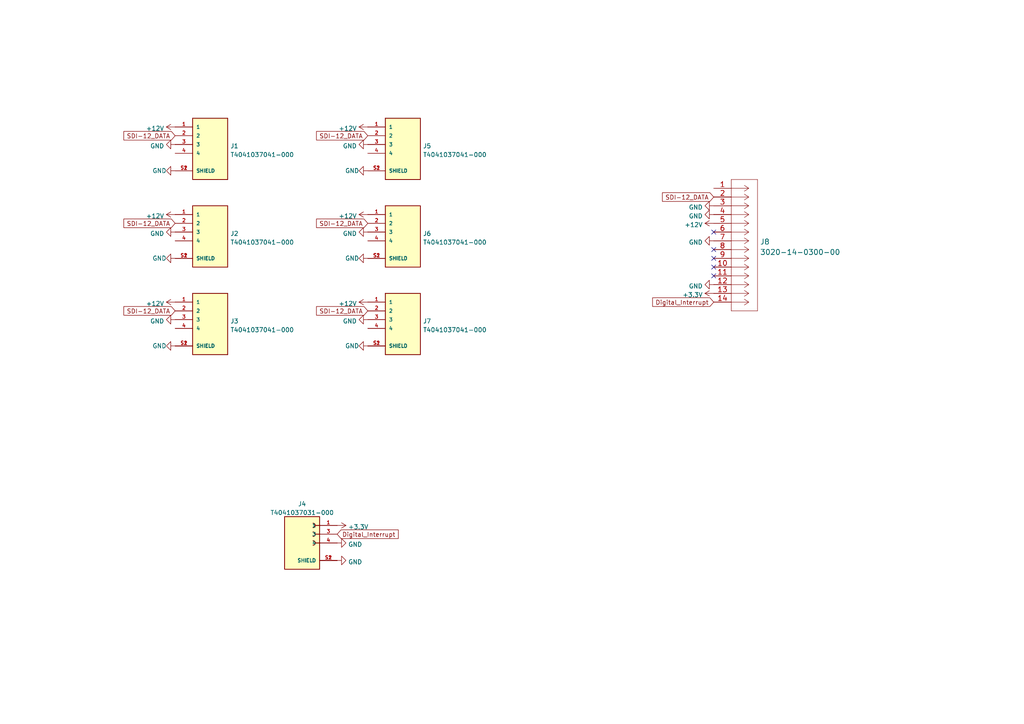
<source format=kicad_sch>
(kicad_sch (version 20211123) (generator eeschema)
  (paper "A4")
  (lib_symbols
    (symbol "3020-14-0300-00:3020-14-0300-00" (pin_names (offset 0.254) hide)
      (property "Reference" "J" (at 8.89 6.35 0))
      (property "Value" "3020-14-0300-00" (at 10.16 -15.24 0))
      (symbol "3020-14-0300-00_1_1"
        (polyline (pts (xy 5.08 -35.56) (xy 12.7 -35.56)) (stroke (width 0.127)))
        (polyline (pts (xy 5.08 2.54) (xy 5.08 -35.56)) (stroke (width 0.127)))
        (polyline (pts (xy 10.16 -33.02) (xy 5.08 -33.02)) (stroke (width 0.127)))
        (polyline (pts (xy 10.16 -33.02) (xy 8.89 -33.8582)) (stroke (width 0.127)))
        (polyline (pts (xy 10.16 -33.02) (xy 8.89 -32.1818)) (stroke (width 0.127)))
        (polyline (pts (xy 10.16 -30.48) (xy 5.08 -30.48)) (stroke (width 0.127)))
        (polyline (pts (xy 10.16 -30.48) (xy 8.89 -31.3182)) (stroke (width 0.127)))
        (polyline (pts (xy 10.16 -30.48) (xy 8.89 -29.6418)) (stroke (width 0.127)))
        (polyline (pts (xy 10.16 -27.94) (xy 5.08 -27.94)) (stroke (width 0.127)))
        (polyline (pts (xy 10.16 -27.94) (xy 8.89 -28.7782)) (stroke (width 0.127)))
        (polyline (pts (xy 10.16 -27.94) (xy 8.89 -27.1018)) (stroke (width 0.127)))
        (polyline (pts (xy 10.16 -25.4) (xy 5.08 -25.4)) (stroke (width 0.127)))
        (polyline (pts (xy 10.16 -25.4) (xy 8.89 -26.2382)) (stroke (width 0.127)))
        (polyline (pts (xy 10.16 -25.4) (xy 8.89 -24.5618)) (stroke (width 0.127)))
        (polyline (pts (xy 10.16 -22.86) (xy 5.08 -22.86)) (stroke (width 0.127)))
        (polyline (pts (xy 10.16 -22.86) (xy 8.89 -23.6982)) (stroke (width 0.127)))
        (polyline (pts (xy 10.16 -22.86) (xy 8.89 -22.0218)) (stroke (width 0.127)))
        (polyline (pts (xy 10.16 -20.32) (xy 5.08 -20.32)) (stroke (width 0.127)))
        (polyline (pts (xy 10.16 -20.32) (xy 8.89 -21.1582)) (stroke (width 0.127)))
        (polyline (pts (xy 10.16 -20.32) (xy 8.89 -19.4818)) (stroke (width 0.127)))
        (polyline (pts (xy 10.16 -17.78) (xy 5.08 -17.78)) (stroke (width 0.127)))
        (polyline (pts (xy 10.16 -17.78) (xy 8.89 -18.6182)) (stroke (width 0.127)))
        (polyline (pts (xy 10.16 -17.78) (xy 8.89 -16.9418)) (stroke (width 0.127)))
        (polyline (pts (xy 10.16 -15.24) (xy 5.08 -15.24)) (stroke (width 0.127)))
        (polyline (pts (xy 10.16 -15.24) (xy 8.89 -16.0782)) (stroke (width 0.127)))
        (polyline (pts (xy 10.16 -15.24) (xy 8.89 -14.4018)) (stroke (width 0.127)))
        (polyline (pts (xy 10.16 -12.7) (xy 5.08 -12.7)) (stroke (width 0.127)))
        (polyline (pts (xy 10.16 -12.7) (xy 8.89 -13.5382)) (stroke (width 0.127)))
        (polyline (pts (xy 10.16 -12.7) (xy 8.89 -11.8618)) (stroke (width 0.127)))
        (polyline (pts (xy 10.16 -10.16) (xy 5.08 -10.16)) (stroke (width 0.127)))
        (polyline (pts (xy 10.16 -10.16) (xy 8.89 -10.9982)) (stroke (width 0.127)))
        (polyline (pts (xy 10.16 -10.16) (xy 8.89 -9.3218)) (stroke (width 0.127)))
        (polyline (pts (xy 10.16 -7.62) (xy 5.08 -7.62)) (stroke (width 0.127)))
        (polyline (pts (xy 10.16 -7.62) (xy 8.89 -8.4582)) (stroke (width 0.127)))
        (polyline (pts (xy 10.16 -7.62) (xy 8.89 -6.7818)) (stroke (width 0.127)))
        (polyline (pts (xy 10.16 -5.08) (xy 5.08 -5.08)) (stroke (width 0.127)))
        (polyline (pts (xy 10.16 -5.08) (xy 8.89 -5.9182)) (stroke (width 0.127)))
        (polyline (pts (xy 10.16 -5.08) (xy 8.89 -4.2418)) (stroke (width 0.127)))
        (polyline (pts (xy 10.16 -2.54) (xy 5.08 -2.54)) (stroke (width 0.127)))
        (polyline (pts (xy 10.16 -2.54) (xy 8.89 -3.3782)) (stroke (width 0.127)))
        (polyline (pts (xy 10.16 -2.54) (xy 8.89 -1.7018)) (stroke (width 0.127)))
        (polyline (pts (xy 10.16 0) (xy 5.08 0)) (stroke (width 0.127)))
        (polyline (pts (xy 10.16 0) (xy 8.89 -0.8382)) (stroke (width 0.127)))
        (polyline (pts (xy 10.16 0) (xy 8.89 0.8382)) (stroke (width 0.127)))
        (polyline (pts (xy 12.7 -35.56) (xy 12.7 2.54)) (stroke (width 0.127)))
        (polyline (pts (xy 12.7 2.54) (xy 5.08 2.54)) (stroke (width 0.127)))
        (pin unspecified line (at 0 0 0) (length 5.08) (name "1") (number "1"))
        (pin unspecified line (at 0 -22.86 0) (length 5.08) (name "10") (number "10"))
        (pin unspecified line (at 0 -25.4 0) (length 5.08) (name "11") (number "11"))
        (pin unspecified line (at 0 -27.94 0) (length 5.08) (name "12") (number "12"))
        (pin unspecified line (at 0 -30.48 0) (length 5.08) (name "13") (number "13"))
        (pin unspecified line (at 0 -33.02 0) (length 5.08) (name "14") (number "14"))
        (pin unspecified line (at 0 -2.54 0) (length 5.08) (name "2") (number "2"))
        (pin unspecified line (at 0 -5.08 0) (length 5.08) (name "3") (number "3"))
        (pin unspecified line (at 0 -7.62 0) (length 5.08) (name "4") (number "4"))
        (pin unspecified line (at 0 -10.16 0) (length 5.08) (name "5") (number "5"))
        (pin unspecified line (at 0 -12.7 0) (length 5.08) (name "6") (number "6"))
        (pin unspecified line (at 0 -15.24 0) (length 5.08) (name "7") (number "7"))
        (pin unspecified line (at 0 -17.78 0) (length 5.08) (name "8") (number "8"))
        (pin unspecified line (at 0 -20.32 0) (length 5.08) (name "9") (number "9"))
      )
    )
    (symbol "T4041037031-000:T4041037031-000" (pin_names (offset 1.016))
      (property "Reference" "J" (at -5.08 8.128 0))
      (property "Value" "T4041037031-000" (at -5.08 -9.652 0))
      (symbol "T4041037031-000_0_0"
        (rectangle (start -5.08 -7.62) (end 5.08 7.62) (stroke (width 0.254)) (fill (type background)))
        (polyline (pts (xy 5.08 0) (xy 3.81 0)) (stroke (width 0.254)))
        (polyline (pts (xy 5.08 2.54) (xy 3.81 2.54)) (stroke (width 0.254)))
        (polyline (pts (xy 5.08 5.08) (xy 3.81 5.08)) (stroke (width 0.254)))
        (arc (start 3.175 -0.635) (mid 3.81 0) (end 3.175 0.635) (stroke (width 0.254)))
        (arc (start 3.175 1.905) (mid 3.81 2.54) (end 3.175 3.175) (stroke (width 0.254)))
        (arc (start 3.175 4.445) (mid 3.81 5.08) (end 3.175 5.715) (stroke (width 0.254)))
        (pin passive line (at 10.16 5.08 180) (length 5.08) (name "1") (number "1"))
        (pin passive line (at 10.16 2.54 180) (length 5.08) (name "3") (number "3"))
        (pin passive line (at 10.16 0 180) (length 5.08) (name "4") (number "4"))
        (pin passive line (at 10.16 -5.08 180) (length 5.08) (name "SHIELD") (number "S1"))
        (pin passive line (at 10.16 -5.08 180) (length 5.08) (name "SHIELD") (number "S2"))
      )
    )
    (symbol "T4041037041-000:T4041037041-000" (pin_names (offset 1.016))
      (property "Reference" "J" (at -5.08 8.128 0))
      (property "Value" "T4041037041-000" (at -5.08 -12.192 0))
      (symbol "T4041037041-000_0_0"
        (rectangle (start -5.08 -10.16) (end 5.08 7.62) (stroke (width 0.254)) (fill (type background)))
        (pin passive line (at -10.16 5.08 0) (length 5.08) (name "1") (number "1"))
        (pin passive line (at -10.16 2.54 0) (length 5.08) (name "2") (number "2"))
        (pin passive line (at -10.16 0 0) (length 5.08) (name "3") (number "3"))
        (pin passive line (at -10.16 -2.54 0) (length 5.08) (name "4") (number "4"))
        (pin passive line (at -10.16 -7.62 0) (length 5.08) (name "SHIELD") (number "S1"))
        (pin passive line (at -10.16 -7.62 0) (length 5.08) (name "SHIELD") (number "S2"))
      )
    )
    (symbol "power:+12V" (power) (pin_names (offset 0))
      (property "Value" "+12V" (at 0 3.556 0))
      (symbol "+12V_0_1"
        (polyline (pts (xy -0.762 1.27) (xy 0 2.54)))
        (polyline (pts (xy 0 0) (xy 0 2.54)))
        (polyline (pts (xy 0 2.54) (xy 0.762 1.27)))
      )
      (symbol "+12V_1_1"
        (pin power_in line (at 0 0 90) (length 0) hide (name "+12V") (number "1"))
      )
    )
    (symbol "power:+3.3V" (power) (pin_names (offset 0))
      (property "Value" "+3.3V" (at 0 3.556 0))
      (symbol "+3.3V_0_1"
        (polyline (pts (xy -0.762 1.27) (xy 0 2.54)))
        (polyline (pts (xy 0 0) (xy 0 2.54)))
        (polyline (pts (xy 0 2.54) (xy 0.762 1.27)))
      )
      (symbol "+3.3V_1_1"
        (pin power_in line (at 0 0 90) (length 0) hide (name "+3.3V") (number "1"))
      )
    )
    (symbol "power:GND" (power) (pin_names (offset 0))
      (property "Value" "GND" (at 0 -3.81 0))
      (symbol "GND_0_1"
        (polyline (pts (xy 0 0) (xy 0 -1.27) (xy 1.27 -1.27) (xy 0 -2.54) (xy -1.27 -1.27) (xy 0 -1.27)))
      )
      (symbol "GND_1_1"
        (pin power_in line (at 0 0 270) (length 0) hide (name "GND") (number "1"))
      )
    )
  )
  (no_connect (at 207.01 67.31))
  (no_connect (at 207.01 77.47))
  (no_connect (at 207.01 80.01))
  (no_connect (at 207.01 74.93))
  (no_connect (at 207.01 72.39))
  (global_label "SDI-12_DATA" (shape input) (at 207.01 57.15 180) (property "Intersheet References" "${INTERSHEET_REFS}" (effects hide)))
  (global_label "SDI-12_DATA" (shape input) (at 106.68 64.77 180) (property "Intersheet References" "${INTERSHEET_REFS}" (effects hide)))
  (global_label "Digital_Interrupt" (shape input) (at 207.01 87.63 180) (property "Intersheet References" "${INTERSHEET_REFS}" (effects hide)))
  (global_label "SDI-12_DATA" (shape input) (at 50.8 90.17 180) (property "Intersheet References" "${INTERSHEET_REFS}" (effects hide)))
  (global_label "SDI-12_DATA" (shape input) (at 106.68 39.37 180) (property "Intersheet References" "${INTERSHEET_REFS}" (effects hide)))
  (global_label "SDI-12_DATA" (shape input) (at 50.8 64.77 180) (property "Intersheet References" "${INTERSHEET_REFS}" (effects hide)))
  (global_label "SDI-12_DATA" (shape input) (at 106.68 90.17 180) (property "Intersheet References" "${INTERSHEET_REFS}" (effects hide)))
  (global_label "Digital_Interrupt" (shape input) (at 97.79 154.94 0) (property "Intersheet References" "${INTERSHEET_REFS}" (effects hide)))
  (global_label "SDI-12_DATA" (shape input) (at 50.8 39.37 180) (property "Intersheet References" "${INTERSHEET_REFS}" (effects hide)))
  (symbol (lib_id "power:GND") (at 50.8 49.53 270) (unit 1)
    (property "Reference" "#PWR03" (effects hide))
    (property "Value" "GND" (at 44.196 49.53 90) (effects (justify left)))
  )
  (symbol (lib_id "power:+12V") (at 50.8 87.63 90) (unit 1)
    (property "Reference" "#PWR07" (effects hide))
    (property "Value" "+12V" (at 47.625 88.0638 90) (effects (justify left)))
  )
  (symbol (lib_id "power:GND") (at 50.8 74.93 270) (unit 1)
    (property "Reference" "#PWR06" (effects hide))
    (property "Value" "GND" (at 44.196 74.93 90) (effects (justify left)))
  )
  (symbol (lib_id "T4041037041-000:T4041037041-000") (at 116.84 92.71 0) (unit 1)
    (property "Reference" "J7" (at 122.682 93.1453 0) (effects (justify left)))
    (property "Value" "T4041037041-000" (at 122.682 95.6822 0) (effects (justify left)))
    (property "Footprint" "T4041037041-000:TE_T4041037041-000" (effects hide))
    (property "Comment" "T4041037041-000" (effects hide))
  )
  (symbol (lib_id "power:+12V") (at 106.68 36.83 90) (unit 1)
    (property "Reference" "#PWR013" (effects hide))
    (property "Value" "+12V" (at 103.505 37.2638 90) (effects (justify left)))
  )
  (symbol (lib_id "power:GND") (at 106.68 41.91 270) (unit 1)
    (property "Reference" "#PWR014" (effects hide))
    (property "Value" "GND" (at 103.5051 42.3438 90) (effects (justify right)))
  )
  (symbol (lib_id "T4041037041-000:T4041037041-000") (at 116.84 67.31 0) (unit 1)
    (property "Reference" "J6" (at 122.682 67.7453 0) (effects (justify left)))
    (property "Value" "T4041037041-000" (at 122.682 70.2822 0) (effects (justify left)))
    (property "Footprint" "T4041037041-000:TE_T4041037041-000" (effects hide))
    (property "Comment" "T4041037041-000" (effects hide))
  )
  (symbol (lib_id "power:GND") (at 97.79 162.56 90) (unit 1)
    (property "Reference" "#PWR012" (effects hide))
    (property "Value" "GND" (at 100.965 162.9938 90) (effects (justify right)))
  )
  (symbol (lib_id "power:GND") (at 106.68 67.31 270) (unit 1)
    (property "Reference" "#PWR017" (effects hide))
    (property "Value" "GND" (at 103.5051 67.7438 90) (effects (justify right)))
  )
  (symbol (lib_id "power:GND") (at 50.8 92.71 270) (unit 1)
    (property "Reference" "#PWR08" (effects hide))
    (property "Value" "GND" (at 47.6251 93.1438 90) (effects (justify right)))
  )
  (symbol (lib_id "power:GND") (at 97.79 157.48 90) (unit 1)
    (property "Reference" "#PWR011" (effects hide))
    (property "Value" "GND" (at 100.965 157.9138 90) (effects (justify right)))
  )
  (symbol (lib_id "power:GND") (at 207.01 62.23 270) (unit 1)
    (property "Reference" "#PWR024" (effects hide))
    (property "Value" "GND" (at 203.8351 62.6638 90) (effects (justify right)))
  )
  (symbol (lib_id "T4041037041-000:T4041037041-000") (at 60.96 67.31 0) (unit 1)
    (property "Reference" "J2" (at 66.802 67.7453 0) (effects (justify left)))
    (property "Value" "T4041037041-000" (at 66.802 70.2822 0) (effects (justify left)))
    (property "Footprint" "T4041037041-000:TE_T4041037041-000" (effects hide))
    (property "Comment" "T4041037041-000" (effects hide))
  )
  (symbol (lib_id "power:GND") (at 106.68 74.93 270) (unit 1)
    (property "Reference" "#PWR018" (effects hide))
    (property "Value" "GND" (at 100.076 74.93 90) (effects (justify left)))
  )
  (symbol (lib_id "power:GND") (at 50.8 41.91 270) (unit 1)
    (property "Reference" "#PWR02" (effects hide))
    (property "Value" "GND" (at 47.6251 42.3438 90) (effects (justify right)))
  )
  (symbol (lib_id "power:+12V") (at 50.8 62.23 90) (unit 1)
    (property "Reference" "#PWR04" (effects hide))
    (property "Value" "+12V" (at 47.625 62.6638 90) (effects (justify left)))
  )
  (symbol (lib_id "power:GND") (at 50.8 67.31 270) (unit 1)
    (property "Reference" "#PWR05" (effects hide))
    (property "Value" "GND" (at 47.6251 67.7438 90) (effects (justify right)))
  )
  (symbol (lib_id "T4041037041-000:T4041037041-000") (at 116.84 41.91 0) (unit 1)
    (property "Reference" "J5" (at 122.682 42.3453 0) (effects (justify left)))
    (property "Value" "T4041037041-000" (at 122.682 44.8822 0) (effects (justify left)))
    (property "Footprint" "T4041037041-000:TE_T4041037041-000" (effects hide))
    (property "Comment" "T4041037041-000" (effects hide))
  )
  (symbol (lib_id "power:GND") (at 106.68 92.71 270) (unit 1)
    (property "Reference" "#PWR020" (effects hide))
    (property "Value" "GND" (at 103.5051 93.1438 90) (effects (justify right)))
  )
  (symbol (lib_id "power:GND") (at 106.68 49.53 270) (unit 1)
    (property "Reference" "#PWR015" (effects hide))
    (property "Value" "GND" (at 100.076 49.53 90) (effects (justify left)))
  )
  (symbol (lib_id "power:+3.3V") (at 207.01 85.09 90) (unit 1)
    (property "Reference" "#PWR022" (effects hide))
    (property "Value" "+3.3V" (at 203.835 85.5238 90) (effects (justify left)))
  )
  (symbol (lib_id "power:+12V") (at 50.8 36.83 90) (unit 1)
    (property "Reference" "#PWR01" (effects hide))
    (property "Value" "+12V" (at 47.625 37.2638 90) (effects (justify left)))
  )
  (symbol (lib_id "power:GND") (at 207.01 82.55 270) (unit 1)
    (property "Reference" "#PWR027" (effects hide))
    (property "Value" "GND" (at 203.8351 82.9838 90) (effects (justify right)))
  )
  (symbol (lib_id "power:GND") (at 50.8 100.33 270) (unit 1)
    (property "Reference" "#PWR09" (effects hide))
    (property "Value" "GND" (at 44.196 100.33 90) (effects (justify left)))
  )
  (symbol (lib_id "T4041037041-000:T4041037041-000") (at 60.96 92.71 0) (unit 1)
    (property "Reference" "J3" (at 66.802 93.1453 0) (effects (justify left)))
    (property "Value" "T4041037041-000" (at 66.802 95.6822 0) (effects (justify left)))
    (property "Footprint" "T4041037041-000:TE_T4041037041-000" (effects hide))
    (property "Comment" "T4041037041-000" (effects hide))
  )
  (symbol (lib_id "power:+12V") (at 106.68 87.63 90) (unit 1)
    (property "Reference" "#PWR019" (effects hide))
    (property "Value" "+12V" (at 103.505 88.0638 90) (effects (justify left)))
  )
  (symbol (lib_id "power:GND") (at 106.68 100.33 270) (unit 1)
    (property "Reference" "#PWR021" (effects hide))
    (property "Value" "GND" (at 100.076 100.33 90) (effects (justify left)))
  )
  (symbol (lib_id "power:+3.3V") (at 97.79 152.4 270) (unit 1)
    (property "Reference" "#PWR010" (effects hide))
    (property "Value" "+3.3V" (at 100.965 152.8338 90) (effects (justify left)))
  )
  (symbol (lib_id "T4041037031-000:T4041037031-000") (at 87.63 157.48 0) (unit 1)
    (property "Reference" "J4" (at 87.63 146.1602 0))
    (property "Value" "T4041037031-000" (at 87.63 148.6971 0))
    (property "Footprint" "T4041037031-000:TE_T4041037031-000" (effects hide))
    (property "Comment" "T4041037031-000" (effects hide))
  )
  (symbol (lib_id "power:+12V") (at 106.68 62.23 90) (unit 1)
    (property "Reference" "#PWR016" (effects hide))
    (property "Value" "+12V" (at 103.505 62.6638 90) (effects (justify left)))
  )
  (symbol (lib_id "3020-14-0300-00:3020-14-0300-00") (at 207.01 54.61 0) (unit 1)
    (property "Reference" "J8" (at 220.4085 70.1438 0) (effects (font (size 1.524 1.524)) (justify left)))
    (property "Value" "3020-14-0300-00" (at 220.4085 73.1372 0) (effects (font (size 1.524 1.524)) (justify left)))
    (property "Footprint" "3020-14-0300-00:3020-14-0300-00" (effects hide))
  )
  (symbol (lib_id "power:+12V") (at 207.01 64.77 90) (unit 1)
    (property "Reference" "#PWR025" (effects hide))
    (property "Value" "+12V" (at 203.835 65.2038 90) (effects (justify left)))
  )
  (symbol (lib_id "power:GND") (at 207.01 69.85 270) (unit 1)
    (property "Reference" "#PWR026" (effects hide))
    (property "Value" "GND" (at 203.8351 70.2838 90) (effects (justify right)))
  )
  (symbol (lib_id "power:GND") (at 207.01 59.69 270) (unit 1)
    (property "Reference" "#PWR023" (effects hide))
    (property "Value" "GND" (at 203.8351 60.1238 90) (effects (justify right)))
  )
  (symbol (lib_id "T4041037041-000:T4041037041-000") (at 60.96 41.91 0) (unit 1)
    (property "Reference" "J1" (at 66.802 42.3453 0) (effects (justify left)))
    (property "Value" "T4041037041-000" (at 66.802 44.8822 0) (effects (justify left)))
    (property "Footprint" "T4041037041-000:TE_T4041037041-000" (effects hide))
    (property "Comment" "T4041037041-000" (effects hide))
  )
)
</source>
